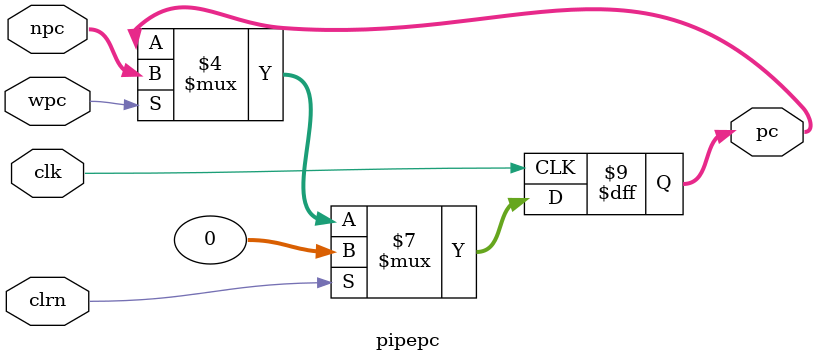
<source format=v>
`timescale 1ns / 1ps


module pipepc(
           input [31:0] npc,
           input wpc,
           input clk,
           input clrn,
           output reg [31:0] pc
       );
always @ ( posedge clk ) begin
    if ( clrn != 0 ) begin
        pc <= 32'h0000_0000;
    end else begin
        if ( wpc !=0 ) begin
            pc <= npc;
        end
    end
end

endmodule

</source>
